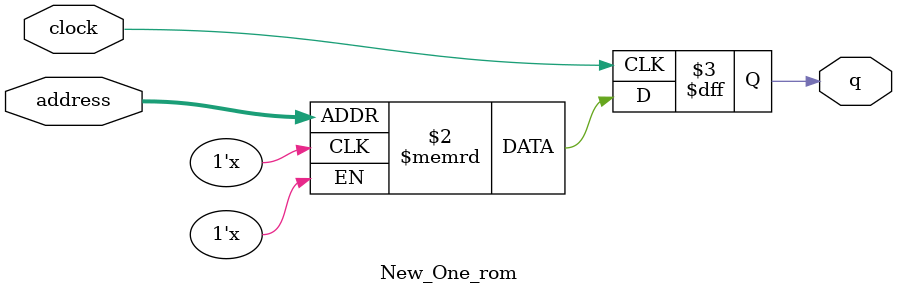
<source format=sv>
module New_One_rom (
	input logic clock,
	input logic [7:0] address,
	output logic [0:0] q
);

logic [0:0] memory [0:195] /* synthesis ram_init_file = "./New_One/New_One.mif" */;

always_ff @ (posedge clock) begin
	q <= memory[address];
end

endmodule

</source>
